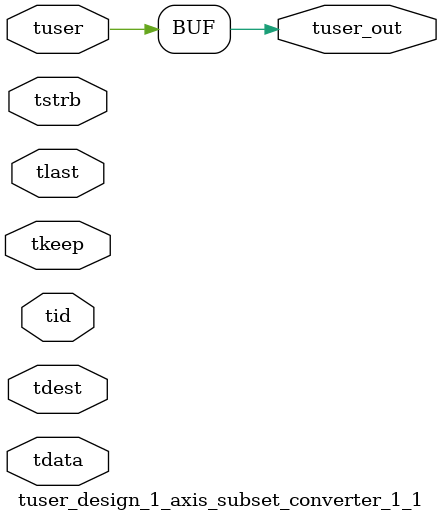
<source format=v>


`timescale 1ps/1ps

module tuser_design_1_axis_subset_converter_1_1 #
(
parameter C_S_AXIS_TUSER_WIDTH = 1,
parameter C_S_AXIS_TDATA_WIDTH = 32,
parameter C_S_AXIS_TID_WIDTH   = 0,
parameter C_S_AXIS_TDEST_WIDTH = 0,
parameter C_M_AXIS_TUSER_WIDTH = 1
)
(
input  [(C_S_AXIS_TUSER_WIDTH == 0 ? 1 : C_S_AXIS_TUSER_WIDTH)-1:0     ] tuser,
input  [(C_S_AXIS_TDATA_WIDTH == 0 ? 1 : C_S_AXIS_TDATA_WIDTH)-1:0     ] tdata,
input  [(C_S_AXIS_TID_WIDTH   == 0 ? 1 : C_S_AXIS_TID_WIDTH)-1:0       ] tid,
input  [(C_S_AXIS_TDEST_WIDTH == 0 ? 1 : C_S_AXIS_TDEST_WIDTH)-1:0     ] tdest,
input  [(C_S_AXIS_TDATA_WIDTH/8)-1:0 ] tkeep,
input  [(C_S_AXIS_TDATA_WIDTH/8)-1:0 ] tstrb,
input                                                                    tlast,
output [C_M_AXIS_TUSER_WIDTH-1:0] tuser_out
);

assign tuser_out = {tuser[0:0]};

endmodule


</source>
